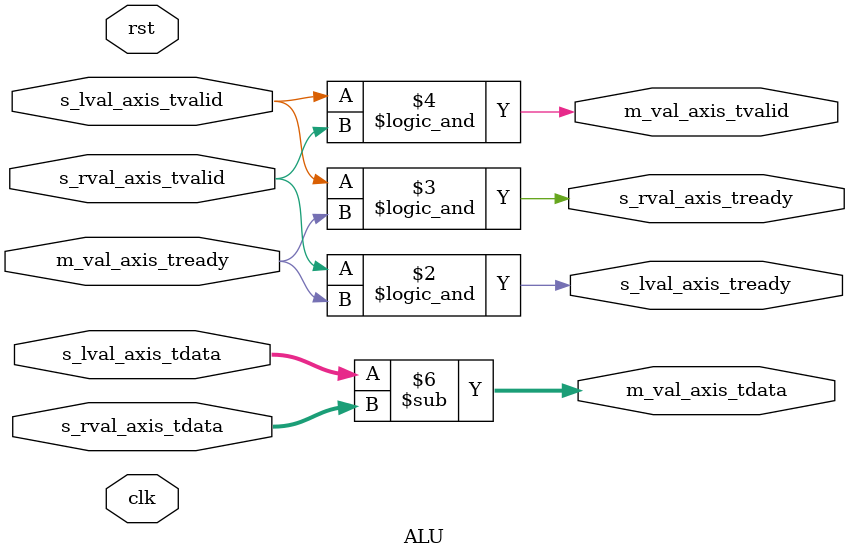
<source format=sv>
module ALU #
(
    parameter LVAL_SIZE = 16,
    parameter RVAL_SIZE = 16,
    parameter RESULT_SIZE = 32,
    parameter OPID = 0 // 0 SUB, 1 ADD, 2 AND, 3, LT, 4 GT, 5 EQ, 6 LE, 7 GE
)
(
    input  wire                       clk,
    input  wire                       rst,
    
    input wire [LVAL_SIZE-1:0]              s_lval_axis_tdata,
    input wire                              s_lval_axis_tvalid,
    output reg                              s_lval_axis_tready,

    input wire [RVAL_SIZE-1:0]              s_rval_axis_tdata,
    input wire                              s_rval_axis_tvalid,
    output reg                              s_rval_axis_tready,

    output reg [RESULT_SIZE-1:0]              m_val_axis_tdata,
    output reg                                m_val_axis_tvalid,
    input  wire                               m_val_axis_tready
);

always @* begin
    m_val_axis_tvalid = 0;
    s_lval_axis_tready = s_rval_axis_tvalid && m_val_axis_tready;
    s_rval_axis_tready = s_lval_axis_tvalid && m_val_axis_tready;
    m_val_axis_tvalid = s_lval_axis_tvalid && s_rval_axis_tvalid;
end

generate
    if (OPID == 0) begin
        always @* begin
            m_val_axis_tdata = s_lval_axis_tdata - s_rval_axis_tdata;
        end
    end 
    else if (OPID == 1) begin
        always @* begin
            m_val_axis_tdata = s_lval_axis_tdata + s_rval_axis_tdata;
        end
    end
    else if(OPID == 2) begin
        always @* begin
            m_val_axis_tdata = s_lval_axis_tdata && s_rval_axis_tdata;
        end
    end
    else if(OPID == 3) begin
        always @* begin
            m_val_axis_tdata = (s_lval_axis_tdata < s_rval_axis_tdata) ? 1 : 0;
        end
    end
    else if(OPID == 4) begin
        always @* begin
            m_val_axis_tdata = (s_lval_axis_tdata > s_rval_axis_tdata) ? 1 : 0;
        end
    end
    else if(OPID == 5) begin
        always @* begin
            m_val_axis_tdata = (s_lval_axis_tdata == s_rval_axis_tdata) ? 1 : 0;
        end
    end
    else if(OPID == 6) begin
        always @* begin
            m_val_axis_tdata = (s_lval_axis_tdata <= s_rval_axis_tdata) ? 1 : 0;
        end
    end
    else if(OPID == 7) begin
        always @* begin
            m_val_axis_tdata = (s_lval_axis_tdata >= s_rval_axis_tdata) ? 1 : 0;
        end
    end
endgenerate

endmodule
</source>
